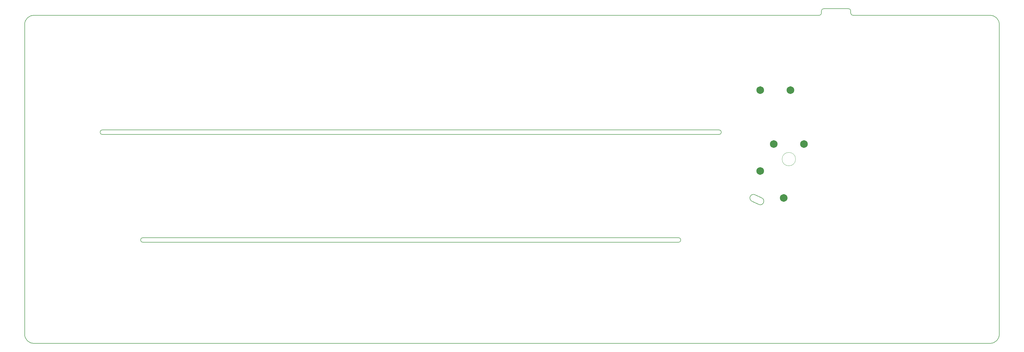
<source format=gbr>
%TF.GenerationSoftware,KiCad,Pcbnew,9.0.0*%
%TF.CreationDate,2025-06-21T12:03:03-06:00*%
%TF.ProjectId,kbd8x_mkii_kicad_9.0,6b626438-785f-46d6-9b69-695f6b696361,rev?*%
%TF.SameCoordinates,Original*%
%TF.FileFunction,Profile,NP*%
%FSLAX46Y46*%
G04 Gerber Fmt 4.6, Leading zero omitted, Abs format (unit mm)*
G04 Created by KiCad (PCBNEW 9.0.0) date 2025-06-21 12:03:03*
%MOMM*%
%LPD*%
G01*
G04 APERTURE LIST*
%TA.AperFunction,Profile*%
%ADD10C,0.200000*%
%TD*%
%TA.AperFunction,Profile*%
%ADD11C,1.370000*%
%TD*%
%TA.AperFunction,Profile*%
%ADD12C,0.050000*%
%TD*%
G04 APERTURE END LIST*
D10*
X109140500Y59531500D02*
G75*
G02*
X109934250Y60325225I793675J50D01*
G01*
X-171847000Y54769000D02*
G75*
G02*
X-168672000Y57944005I3175005J0D01*
G01*
D11*
X96502500Y-6576250D02*
G75*
G02*
X95132500Y-6576250I-685000J0D01*
G01*
X95132500Y-6576250D02*
G75*
G02*
X96502500Y-6576250I685000J0D01*
G01*
D10*
X-144462625Y15875250D02*
G75*
G02*
X-144462625Y17462650I0J793700D01*
G01*
X171846750Y-54768500D02*
G75*
G02*
X168671750Y-57943525I-3174975J-50D01*
G01*
X109140500Y58737800D02*
G75*
G02*
X108346700Y57944025I-793825J50D01*
G01*
X108346700Y57944000D02*
X-168672000Y57944000D01*
X84611165Y-7722731D02*
G75*
G02*
X85704065Y-5429807I546410J1146481D01*
G01*
X73024900Y17462750D02*
G75*
G02*
X73024900Y15875150I-25J-793800D01*
G01*
X-130175125Y-22224750D02*
X58737400Y-22224750D01*
X88085084Y-6564769D02*
X85704193Y-5429869D01*
X171846750Y-54768500D02*
X171846750Y54786718D01*
D12*
X100006250Y7143750D02*
G75*
G02*
X95256250Y7143750I-2375000J0D01*
G01*
X95256250Y7143750D02*
G75*
G02*
X100006250Y7143750I2375000J0D01*
G01*
D11*
X98883750Y31523750D02*
G75*
G02*
X97513750Y31523750I-685000J0D01*
G01*
X97513750Y31523750D02*
G75*
G02*
X98883750Y31523750I685000J0D01*
G01*
D10*
X-168672000Y-57943500D02*
X168671750Y-57943500D01*
D11*
X92986250Y12473750D02*
G75*
G02*
X91616250Y12473750I-685000J0D01*
G01*
X91616250Y12473750D02*
G75*
G02*
X92986250Y12473750I685000J0D01*
G01*
X103646250Y12473750D02*
G75*
G02*
X102276250Y12473750I-685000J0D01*
G01*
X102276250Y12473750D02*
G75*
G02*
X103646250Y12473750I685000J0D01*
G01*
D10*
X120253000Y57944000D02*
G75*
G02*
X119459225Y58737750I-25J793750D01*
G01*
X168671600Y57944000D02*
G75*
G02*
X171846775Y54786718I75J-3175150D01*
G01*
X58737400Y-20637250D02*
G75*
G02*
X58737400Y-22224850I-25J-793800D01*
G01*
X-171847000Y54769000D02*
X-171847000Y-54768500D01*
X118665500Y60325250D02*
G75*
G02*
X119459275Y59531500I-25J-793800D01*
G01*
X-144462625Y15875250D02*
X73024900Y15875250D01*
X73024900Y17462750D02*
X-144462625Y17462750D01*
D11*
X88223750Y31523750D02*
G75*
G02*
X86853750Y31523750I-685000J0D01*
G01*
X86853750Y31523750D02*
G75*
G02*
X88223750Y31523750I685000J0D01*
G01*
X88223750Y2948750D02*
G75*
G02*
X86853750Y2948750I-685000J0D01*
G01*
X86853750Y2948750D02*
G75*
G02*
X88223750Y2948750I685000J0D01*
G01*
D10*
X-130175125Y-22224750D02*
G75*
G02*
X-130175125Y-20637350I0J793700D01*
G01*
X118665500Y60325250D02*
X109934250Y60325250D01*
X-168672000Y-57943500D02*
G75*
G02*
X-171847075Y-54768500I-25J3175050D01*
G01*
X109140500Y59531500D02*
X109140500Y58737800D01*
X84611165Y-7722731D02*
X86992434Y-8857611D01*
X168671600Y57944000D02*
X120253000Y57944000D01*
X58737400Y-20637250D02*
X-130175125Y-20637250D01*
X88085126Y-6564788D02*
G75*
G02*
X86992303Y-8857550I-546451J-1146362D01*
G01*
X119459250Y58737750D02*
X119459250Y59531500D01*
M02*

</source>
